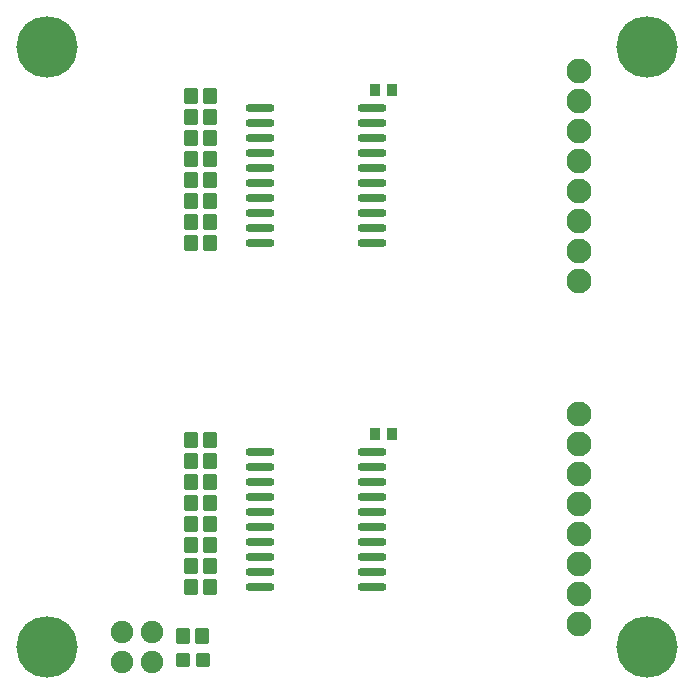
<source format=gts>
G04 Layer: TopSolderMaskLayer*
G04 Panelize: , Column: 2, Row: 2, Board Size: 58.42mm x 58.42mm, Panelized Board Size: 118.84mm x 118.84mm*
G04 EasyEDA v6.5.34, 2023-09-06 22:34:46*
G04 a2432957869647e6a6caa226728471f4,5a6b42c53f6a479593ecc07194224c93,10*
G04 Gerber Generator version 0.2*
G04 Scale: 100 percent, Rotated: No, Reflected: No *
G04 Dimensions in millimeters *
G04 leading zeros omitted , absolute positions ,4 integer and 5 decimal *
%FSLAX45Y45*%
%MOMM*%

%AMMACRO1*1,1,$1,$2,$3*1,1,$1,$4,$5*1,1,$1,0-$2,0-$3*1,1,$1,0-$4,0-$5*20,1,$1,$2,$3,$4,$5,0*20,1,$1,$4,$5,0-$2,0-$3,0*20,1,$1,0-$2,0-$3,0-$4,0-$5,0*20,1,$1,0-$4,0-$5,$2,$3,0*4,1,4,$2,$3,$4,$5,0-$2,0-$3,0-$4,0-$5,$2,$3,0*%
%ADD10O,2.4615902X0.696595*%
%ADD11MACRO1,0.2032X-0.5X0.55X0.5X0.55*%
%ADD12MACRO1,0.2032X0.45X0.5X0.45X-0.5*%
%ADD13MACRO1,0.1016X-0.4X0.45X0.4X0.45*%
%ADD14C,5.2032*%
%ADD15C,2.1016*%
%ADD16C,1.9016*%

%LPD*%
D10*
G01*
X2181301Y4940300D03*
G01*
X2181301Y4813300D03*
G01*
X2181301Y4686300D03*
G01*
X2181301Y4559300D03*
G01*
X2181301Y4432300D03*
G01*
X2181301Y4305300D03*
G01*
X2181301Y4178300D03*
G01*
X2181301Y4051300D03*
G01*
X2181301Y3924300D03*
G01*
X2181301Y3797300D03*
G01*
X3127298Y4940300D03*
G01*
X3127298Y4813300D03*
G01*
X3127298Y4686300D03*
G01*
X3127298Y4559300D03*
G01*
X3127298Y4432300D03*
G01*
X3127298Y4305300D03*
G01*
X3127298Y4178300D03*
G01*
X3127298Y4051300D03*
G01*
X3127298Y3924300D03*
G01*
X3127298Y3797300D03*
G01*
X2181326Y2032000D03*
G01*
X2181326Y1905000D03*
G01*
X2181326Y1778000D03*
G01*
X2181326Y1651000D03*
G01*
X2181326Y1524000D03*
G01*
X2181326Y1397000D03*
G01*
X2181326Y1270000D03*
G01*
X2181326Y1143000D03*
G01*
X2181326Y1016000D03*
G01*
X2181326Y889000D03*
G01*
X3127324Y2032000D03*
G01*
X3127324Y1905000D03*
G01*
X3127324Y1778000D03*
G01*
X3127324Y1651000D03*
G01*
X3127324Y1524000D03*
G01*
X3127324Y1397000D03*
G01*
X3127324Y1270000D03*
G01*
X3127324Y1143000D03*
G01*
X3127324Y1016000D03*
G01*
X3127324Y889000D03*
D11*
G01*
X1692907Y469900D03*
G01*
X1532907Y469900D03*
D12*
G01*
X1697908Y266707D03*
G01*
X1527909Y266707D03*
D13*
G01*
X3295799Y5092700D03*
G01*
X3155800Y5092700D03*
D11*
G01*
X1756407Y5041900D03*
G01*
X1596407Y5041900D03*
G01*
X1756407Y4864100D03*
G01*
X1596407Y4864100D03*
G01*
X1756407Y4686300D03*
G01*
X1596407Y4686300D03*
G01*
X1756407Y4508500D03*
G01*
X1596407Y4508500D03*
G01*
X1756407Y4330700D03*
G01*
X1596407Y4330700D03*
G01*
X1756407Y4152900D03*
G01*
X1596407Y4152900D03*
G01*
X1756407Y3975100D03*
G01*
X1596407Y3975100D03*
G01*
X1756407Y3797300D03*
G01*
X1596407Y3797300D03*
G01*
X1756432Y889000D03*
G01*
X1596433Y889000D03*
G01*
X1756432Y1066800D03*
G01*
X1596433Y1066800D03*
G01*
X1756432Y1244600D03*
G01*
X1596433Y1244600D03*
G01*
X1756432Y1422400D03*
G01*
X1596433Y1422400D03*
G01*
X1756432Y1600200D03*
G01*
X1596433Y1600200D03*
G01*
X1756432Y1778000D03*
G01*
X1596433Y1778000D03*
G01*
X1756432Y1955800D03*
G01*
X1596433Y1955800D03*
G01*
X1756432Y2133600D03*
G01*
X1596433Y2133600D03*
D13*
G01*
X3295825Y2184400D03*
G01*
X3155825Y2184400D03*
D14*
G01*
X5461000Y381000D03*
G01*
X381000Y381000D03*
G01*
X381000Y5461000D03*
G01*
X5461000Y5461000D03*
D15*
G01*
X4885893Y5255895D03*
G01*
X4885893Y5001895D03*
G01*
X4885893Y4747895D03*
G01*
X4885893Y4493895D03*
G01*
X4885893Y4239895D03*
G01*
X4885893Y3985895D03*
G01*
X4885893Y3731895D03*
G01*
X4885893Y3477895D03*
G01*
X4885918Y569595D03*
G01*
X4885918Y823595D03*
G01*
X4885918Y1077595D03*
G01*
X4885918Y1331595D03*
G01*
X4885918Y1585595D03*
G01*
X4885918Y1839595D03*
G01*
X4885918Y2093595D03*
G01*
X4885918Y2347595D03*
D16*
G01*
X1016000Y254000D03*
G01*
X1016000Y508000D03*
G01*
X1270000Y508000D03*
G01*
X1270000Y254000D03*
M02*

</source>
